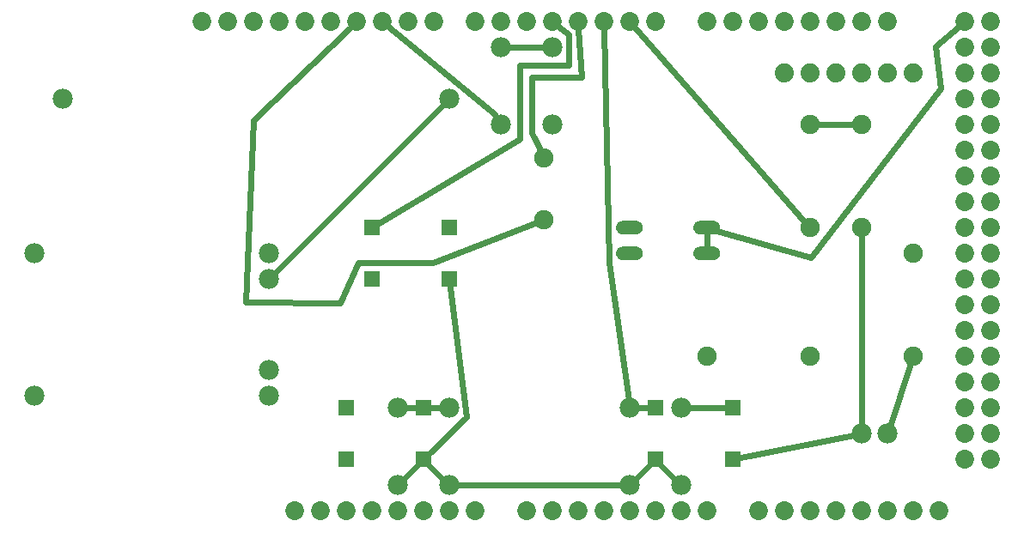
<source format=gbl>
G04 MADE WITH FRITZING*
G04 WWW.FRITZING.ORG*
G04 DOUBLE SIDED*
G04 HOLES PLATED*
G04 CONTOUR ON CENTER OF CONTOUR VECTOR*
%ASAXBY*%
%FSLAX23Y23*%
%MOIN*%
%OFA0B0*%
%SFA1.0B1.0*%
%ADD10C,0.072917*%
%ADD11C,0.075000*%
%ADD12C,0.052000*%
%ADD13C,0.078000*%
%ADD14C,0.074000*%
%ADD15C,0.059370*%
%ADD16C,0.075433*%
%ADD17C,0.024000*%
%ADD18R,0.001000X0.001000*%
%LNCOPPER0*%
G90*
G70*
G54D10*
X3007Y103D03*
X1407Y103D03*
X3107Y103D03*
X3207Y103D03*
X3307Y103D03*
X3407Y103D03*
X3707Y1503D03*
X3507Y103D03*
X3607Y103D03*
X1447Y2003D03*
X2007Y103D03*
X2107Y103D03*
X2207Y103D03*
X2307Y103D03*
X3707Y703D03*
X2407Y103D03*
X2507Y103D03*
X2607Y103D03*
X2707Y103D03*
X2207Y2003D03*
X3707Y1903D03*
X3707Y1103D03*
X3707Y303D03*
X1047Y2003D03*
X1807Y103D03*
X1807Y2003D03*
X3707Y1703D03*
X3707Y1303D03*
X3707Y903D03*
X3407Y2003D03*
X3707Y503D03*
X3307Y2003D03*
X3207Y2003D03*
X3107Y2003D03*
X3007Y2003D03*
X2907Y2003D03*
X2807Y2003D03*
X2707Y2003D03*
X847Y2003D03*
X1247Y2003D03*
X1647Y2003D03*
X1207Y103D03*
X1607Y103D03*
X2407Y2003D03*
X2007Y2003D03*
X3707Y2003D03*
X3707Y1803D03*
X3707Y1603D03*
X3707Y1403D03*
X3707Y1203D03*
X3707Y1003D03*
X3707Y803D03*
X3707Y603D03*
X3707Y403D03*
X747Y2003D03*
X947Y2003D03*
X1147Y2003D03*
X1347Y2003D03*
X1547Y2003D03*
X1107Y103D03*
X1307Y103D03*
X1507Y103D03*
X1707Y103D03*
X2507Y2003D03*
X2307Y2003D03*
X2107Y2003D03*
X1907Y2003D03*
X3807Y2003D03*
X3807Y1903D03*
X3807Y1803D03*
X3807Y1703D03*
X3807Y1603D03*
X3807Y1503D03*
X3807Y1403D03*
X3807Y1303D03*
X3807Y1203D03*
X3807Y1103D03*
X3807Y1003D03*
X3807Y903D03*
X3807Y803D03*
X3807Y703D03*
X3807Y603D03*
X3807Y503D03*
X3807Y403D03*
X3807Y303D03*
X2907Y103D03*
G54D11*
X3507Y1103D03*
X3507Y703D03*
G54D12*
X2707Y1103D03*
X2707Y1203D03*
X2407Y1203D03*
X2407Y1103D03*
G54D11*
X2707Y703D03*
X3107Y703D03*
G54D13*
X98Y1103D03*
X98Y551D03*
X1007Y1103D03*
X1007Y1003D03*
X1007Y652D03*
X1007Y551D03*
G54D14*
X3007Y1803D03*
X3107Y1803D03*
X3207Y1803D03*
X3307Y1803D03*
X3407Y1803D03*
X3507Y1803D03*
G54D13*
X1707Y1703D03*
X2407Y503D03*
X2407Y203D03*
X1907Y1603D03*
X1707Y203D03*
X2607Y203D03*
X1707Y503D03*
X1507Y503D03*
X207Y1703D03*
X2607Y503D03*
X2107Y1603D03*
X1907Y1903D03*
X1507Y203D03*
X2107Y1903D03*
G54D15*
X1307Y503D03*
X1607Y503D03*
X1307Y303D03*
X1607Y303D03*
X1707Y1003D03*
X1407Y1003D03*
X1707Y1203D03*
X1407Y1203D03*
X2507Y503D03*
X2807Y503D03*
X2507Y303D03*
X2807Y303D03*
G54D13*
X3407Y403D03*
X3307Y403D03*
G54D11*
X3307Y1203D03*
X3307Y1603D03*
X3107Y1203D03*
X3107Y1603D03*
G54D16*
X2076Y1475D03*
X2076Y1235D03*
G54D17*
X3417Y431D02*
X3498Y676D01*
D02*
X3136Y1603D02*
X3279Y1603D01*
D02*
X2838Y309D02*
X3278Y397D01*
D02*
X3307Y1174D02*
X3307Y433D01*
D02*
X1471Y1984D02*
X1884Y1643D01*
X1884Y1643D02*
X1892Y1629D01*
D02*
X1029Y1024D02*
X1686Y1681D01*
D02*
X3088Y1224D02*
X2427Y1980D01*
D02*
X2077Y1903D02*
X1937Y1903D01*
D02*
X2437Y503D02*
X2477Y503D01*
D02*
X2777Y503D02*
X2637Y503D01*
D02*
X2308Y1973D02*
X2328Y1067D01*
X2328Y1067D02*
X2403Y533D01*
D02*
X1434Y1219D02*
X1980Y1547D01*
X1980Y1547D02*
X1980Y1835D01*
X1980Y1835D02*
X2172Y1835D01*
X2172Y1835D02*
X2172Y1955D01*
X2172Y1955D02*
X2132Y1985D01*
D02*
X1537Y503D02*
X1577Y503D01*
D02*
X1677Y503D02*
X1638Y503D01*
D02*
X2209Y1973D02*
X2220Y1787D01*
X2220Y1787D02*
X2028Y1787D01*
X2028Y1787D02*
X2028Y1571D01*
X2028Y1571D02*
X2063Y1501D01*
D02*
X2049Y1225D02*
X1644Y1067D01*
X1644Y1067D02*
X1356Y1067D01*
X1356Y1067D02*
X1283Y910D01*
D02*
X1283Y910D02*
X919Y914D01*
D02*
X919Y914D02*
X948Y1619D01*
X948Y1619D02*
X1326Y1982D01*
D02*
X1629Y281D02*
X1686Y224D01*
D02*
X1529Y224D02*
X1586Y281D01*
D02*
X2377Y203D02*
X1737Y203D01*
D02*
X2486Y281D02*
X2429Y224D01*
D02*
X2586Y224D02*
X2529Y281D01*
D02*
X1711Y972D02*
X1776Y467D01*
X1776Y467D02*
X1629Y324D01*
D02*
X2707Y1130D02*
X2707Y1176D01*
D02*
X3595Y1906D02*
X3614Y1745D01*
D02*
X3684Y1983D02*
X3595Y1906D01*
D02*
X3614Y1745D02*
X3110Y1087D01*
D02*
X3110Y1087D02*
X2733Y1195D01*
G54D18*
X1378Y1232D02*
X1436Y1232D01*
X1678Y1232D02*
X1736Y1232D01*
X1378Y1231D02*
X1436Y1231D01*
X1678Y1231D02*
X1736Y1231D01*
X1378Y1230D02*
X1436Y1230D01*
X1678Y1230D02*
X1736Y1230D01*
X1378Y1229D02*
X1436Y1229D01*
X1678Y1229D02*
X1736Y1229D01*
X2378Y1229D02*
X2436Y1229D01*
X2678Y1229D02*
X2736Y1229D01*
X1378Y1228D02*
X1436Y1228D01*
X1678Y1228D02*
X1736Y1228D01*
X2373Y1228D02*
X2440Y1228D01*
X2673Y1228D02*
X2740Y1228D01*
X1378Y1227D02*
X1436Y1227D01*
X1678Y1227D02*
X1736Y1227D01*
X2371Y1227D02*
X2443Y1227D01*
X2671Y1227D02*
X2743Y1227D01*
X1378Y1226D02*
X1436Y1226D01*
X1678Y1226D02*
X1736Y1226D01*
X2369Y1226D02*
X2445Y1226D01*
X2669Y1226D02*
X2745Y1226D01*
X1378Y1225D02*
X1436Y1225D01*
X1678Y1225D02*
X1736Y1225D01*
X2367Y1225D02*
X2446Y1225D01*
X2667Y1225D02*
X2746Y1225D01*
X1378Y1224D02*
X1436Y1224D01*
X1678Y1224D02*
X1736Y1224D01*
X2366Y1224D02*
X2448Y1224D01*
X2666Y1224D02*
X2748Y1224D01*
X1378Y1223D02*
X1436Y1223D01*
X1678Y1223D02*
X1736Y1223D01*
X2365Y1223D02*
X2449Y1223D01*
X2665Y1223D02*
X2749Y1223D01*
X1378Y1222D02*
X1401Y1222D01*
X1413Y1222D02*
X1436Y1222D01*
X1678Y1222D02*
X1701Y1222D01*
X1713Y1222D02*
X1736Y1222D01*
X2363Y1222D02*
X2450Y1222D01*
X2663Y1222D02*
X2750Y1222D01*
X1378Y1221D02*
X1398Y1221D01*
X1416Y1221D02*
X1436Y1221D01*
X1678Y1221D02*
X1698Y1221D01*
X1716Y1221D02*
X1736Y1221D01*
X2362Y1221D02*
X2451Y1221D01*
X2662Y1221D02*
X2751Y1221D01*
X1378Y1220D02*
X1396Y1220D01*
X1418Y1220D02*
X1436Y1220D01*
X1678Y1220D02*
X1696Y1220D01*
X1718Y1220D02*
X1736Y1220D01*
X2362Y1220D02*
X2452Y1220D01*
X2662Y1220D02*
X2752Y1220D01*
X1378Y1219D02*
X1395Y1219D01*
X1419Y1219D02*
X1436Y1219D01*
X1678Y1219D02*
X1695Y1219D01*
X1719Y1219D02*
X1736Y1219D01*
X2361Y1219D02*
X2404Y1219D01*
X2410Y1219D02*
X2453Y1219D01*
X2661Y1219D02*
X2704Y1219D01*
X2710Y1219D02*
X2753Y1219D01*
X1378Y1218D02*
X1393Y1218D01*
X1420Y1218D02*
X1436Y1218D01*
X1678Y1218D02*
X1693Y1218D01*
X1720Y1218D02*
X1736Y1218D01*
X2360Y1218D02*
X2400Y1218D01*
X2413Y1218D02*
X2454Y1218D01*
X2660Y1218D02*
X2700Y1218D01*
X2713Y1218D02*
X2754Y1218D01*
X1378Y1217D02*
X1392Y1217D01*
X1421Y1217D02*
X1436Y1217D01*
X1678Y1217D02*
X1692Y1217D01*
X1721Y1217D02*
X1736Y1217D01*
X2359Y1217D02*
X2398Y1217D01*
X2415Y1217D02*
X2454Y1217D01*
X2659Y1217D02*
X2698Y1217D01*
X2715Y1217D02*
X2754Y1217D01*
X1378Y1216D02*
X1391Y1216D01*
X1422Y1216D02*
X1436Y1216D01*
X1678Y1216D02*
X1691Y1216D01*
X1722Y1216D02*
X1736Y1216D01*
X2359Y1216D02*
X2397Y1216D01*
X2417Y1216D02*
X2455Y1216D01*
X2659Y1216D02*
X2697Y1216D01*
X2717Y1216D02*
X2755Y1216D01*
X1378Y1215D02*
X1391Y1215D01*
X1423Y1215D02*
X1436Y1215D01*
X1678Y1215D02*
X1691Y1215D01*
X1723Y1215D02*
X1736Y1215D01*
X2358Y1215D02*
X2396Y1215D01*
X2418Y1215D02*
X2455Y1215D01*
X2658Y1215D02*
X2696Y1215D01*
X2718Y1215D02*
X2755Y1215D01*
X1378Y1214D02*
X1390Y1214D01*
X1424Y1214D02*
X1436Y1214D01*
X1678Y1214D02*
X1690Y1214D01*
X1724Y1214D02*
X1736Y1214D01*
X2358Y1214D02*
X2395Y1214D01*
X2419Y1214D02*
X2456Y1214D01*
X2658Y1214D02*
X2695Y1214D01*
X2719Y1214D02*
X2756Y1214D01*
X1378Y1213D02*
X1389Y1213D01*
X1424Y1213D02*
X1436Y1213D01*
X1678Y1213D02*
X1689Y1213D01*
X1724Y1213D02*
X1736Y1213D01*
X2357Y1213D02*
X2394Y1213D01*
X2420Y1213D02*
X2456Y1213D01*
X2657Y1213D02*
X2694Y1213D01*
X2720Y1213D02*
X2756Y1213D01*
X1378Y1212D02*
X1389Y1212D01*
X1425Y1212D02*
X1436Y1212D01*
X1678Y1212D02*
X1689Y1212D01*
X1725Y1212D02*
X1736Y1212D01*
X2357Y1212D02*
X2393Y1212D01*
X2421Y1212D02*
X2457Y1212D01*
X2657Y1212D02*
X2693Y1212D01*
X2721Y1212D02*
X2757Y1212D01*
X1378Y1211D02*
X1388Y1211D01*
X1425Y1211D02*
X1436Y1211D01*
X1678Y1211D02*
X1688Y1211D01*
X1725Y1211D02*
X1736Y1211D01*
X2356Y1211D02*
X2392Y1211D01*
X2421Y1211D02*
X2457Y1211D01*
X2656Y1211D02*
X2692Y1211D01*
X2721Y1211D02*
X2757Y1211D01*
X1378Y1210D02*
X1388Y1210D01*
X1426Y1210D02*
X1436Y1210D01*
X1678Y1210D02*
X1688Y1210D01*
X1726Y1210D02*
X1736Y1210D01*
X2356Y1210D02*
X2392Y1210D01*
X2422Y1210D02*
X2457Y1210D01*
X2656Y1210D02*
X2692Y1210D01*
X2722Y1210D02*
X2757Y1210D01*
X1378Y1209D02*
X1388Y1209D01*
X1426Y1209D02*
X1436Y1209D01*
X1678Y1209D02*
X1688Y1209D01*
X1726Y1209D02*
X1736Y1209D01*
X2356Y1209D02*
X2391Y1209D01*
X2422Y1209D02*
X2458Y1209D01*
X2656Y1209D02*
X2691Y1209D01*
X2722Y1209D02*
X2758Y1209D01*
X1378Y1208D02*
X1387Y1208D01*
X1426Y1208D02*
X1436Y1208D01*
X1678Y1208D02*
X1687Y1208D01*
X1726Y1208D02*
X1736Y1208D01*
X2356Y1208D02*
X2391Y1208D01*
X2422Y1208D02*
X2458Y1208D01*
X2656Y1208D02*
X2691Y1208D01*
X2722Y1208D02*
X2758Y1208D01*
X1378Y1207D02*
X1387Y1207D01*
X1427Y1207D02*
X1436Y1207D01*
X1678Y1207D02*
X1687Y1207D01*
X1727Y1207D02*
X1736Y1207D01*
X2356Y1207D02*
X2391Y1207D01*
X2423Y1207D02*
X2458Y1207D01*
X2656Y1207D02*
X2691Y1207D01*
X2723Y1207D02*
X2758Y1207D01*
X1378Y1206D02*
X1387Y1206D01*
X1427Y1206D02*
X1436Y1206D01*
X1678Y1206D02*
X1687Y1206D01*
X1727Y1206D02*
X1736Y1206D01*
X2355Y1206D02*
X2391Y1206D01*
X2423Y1206D02*
X2458Y1206D01*
X2655Y1206D02*
X2691Y1206D01*
X2723Y1206D02*
X2758Y1206D01*
X1378Y1205D02*
X1387Y1205D01*
X1427Y1205D02*
X1436Y1205D01*
X1678Y1205D02*
X1687Y1205D01*
X1727Y1205D02*
X1736Y1205D01*
X2355Y1205D02*
X2390Y1205D01*
X2423Y1205D02*
X2458Y1205D01*
X2655Y1205D02*
X2690Y1205D01*
X2723Y1205D02*
X2758Y1205D01*
X1378Y1204D02*
X1387Y1204D01*
X1427Y1204D02*
X1436Y1204D01*
X1678Y1204D02*
X1687Y1204D01*
X1727Y1204D02*
X1736Y1204D01*
X2355Y1204D02*
X2390Y1204D01*
X2423Y1204D02*
X2458Y1204D01*
X2655Y1204D02*
X2690Y1204D01*
X2723Y1204D02*
X2758Y1204D01*
X1378Y1203D02*
X1387Y1203D01*
X1427Y1203D02*
X1436Y1203D01*
X1678Y1203D02*
X1687Y1203D01*
X1727Y1203D02*
X1736Y1203D01*
X2355Y1203D02*
X2390Y1203D01*
X2423Y1203D02*
X2458Y1203D01*
X2655Y1203D02*
X2690Y1203D01*
X2723Y1203D02*
X2758Y1203D01*
X1378Y1202D02*
X1387Y1202D01*
X1427Y1202D02*
X1436Y1202D01*
X1678Y1202D02*
X1687Y1202D01*
X1727Y1202D02*
X1736Y1202D01*
X2355Y1202D02*
X2390Y1202D01*
X2423Y1202D02*
X2458Y1202D01*
X2655Y1202D02*
X2690Y1202D01*
X2723Y1202D02*
X2758Y1202D01*
X1378Y1201D02*
X1387Y1201D01*
X1427Y1201D02*
X1436Y1201D01*
X1678Y1201D02*
X1687Y1201D01*
X1727Y1201D02*
X1736Y1201D01*
X2355Y1201D02*
X2391Y1201D01*
X2423Y1201D02*
X2458Y1201D01*
X2655Y1201D02*
X2691Y1201D01*
X2723Y1201D02*
X2758Y1201D01*
X1378Y1200D02*
X1387Y1200D01*
X1427Y1200D02*
X1436Y1200D01*
X1678Y1200D02*
X1687Y1200D01*
X1727Y1200D02*
X1736Y1200D01*
X2356Y1200D02*
X2391Y1200D01*
X2423Y1200D02*
X2458Y1200D01*
X2656Y1200D02*
X2691Y1200D01*
X2723Y1200D02*
X2758Y1200D01*
X1378Y1199D02*
X1387Y1199D01*
X1426Y1199D02*
X1436Y1199D01*
X1678Y1199D02*
X1687Y1199D01*
X1726Y1199D02*
X1736Y1199D01*
X2356Y1199D02*
X2391Y1199D01*
X2423Y1199D02*
X2458Y1199D01*
X2656Y1199D02*
X2691Y1199D01*
X2723Y1199D02*
X2758Y1199D01*
X1378Y1198D02*
X1387Y1198D01*
X1426Y1198D02*
X1436Y1198D01*
X1678Y1198D02*
X1687Y1198D01*
X1726Y1198D02*
X1736Y1198D01*
X2356Y1198D02*
X2391Y1198D01*
X2422Y1198D02*
X2458Y1198D01*
X2656Y1198D02*
X2691Y1198D01*
X2722Y1198D02*
X2758Y1198D01*
X1378Y1197D02*
X1388Y1197D01*
X1426Y1197D02*
X1436Y1197D01*
X1678Y1197D02*
X1688Y1197D01*
X1726Y1197D02*
X1736Y1197D01*
X2356Y1197D02*
X2392Y1197D01*
X2422Y1197D02*
X2458Y1197D01*
X2656Y1197D02*
X2692Y1197D01*
X2722Y1197D02*
X2758Y1197D01*
X1378Y1196D02*
X1388Y1196D01*
X1426Y1196D02*
X1436Y1196D01*
X1678Y1196D02*
X1688Y1196D01*
X1726Y1196D02*
X1736Y1196D01*
X2356Y1196D02*
X2392Y1196D01*
X2421Y1196D02*
X2457Y1196D01*
X2656Y1196D02*
X2692Y1196D01*
X2721Y1196D02*
X2757Y1196D01*
X1378Y1195D02*
X1388Y1195D01*
X1425Y1195D02*
X1436Y1195D01*
X1678Y1195D02*
X1688Y1195D01*
X1725Y1195D02*
X1736Y1195D01*
X2357Y1195D02*
X2393Y1195D01*
X2421Y1195D02*
X2457Y1195D01*
X2657Y1195D02*
X2693Y1195D01*
X2721Y1195D02*
X2757Y1195D01*
X1378Y1194D02*
X1389Y1194D01*
X1425Y1194D02*
X1436Y1194D01*
X1678Y1194D02*
X1689Y1194D01*
X1725Y1194D02*
X1736Y1194D01*
X2357Y1194D02*
X2393Y1194D01*
X2420Y1194D02*
X2457Y1194D01*
X2657Y1194D02*
X2693Y1194D01*
X2720Y1194D02*
X2757Y1194D01*
X1378Y1193D02*
X1390Y1193D01*
X1424Y1193D02*
X1436Y1193D01*
X1678Y1193D02*
X1690Y1193D01*
X1724Y1193D02*
X1736Y1193D01*
X2357Y1193D02*
X2394Y1193D01*
X2419Y1193D02*
X2456Y1193D01*
X2657Y1193D02*
X2694Y1193D01*
X2719Y1193D02*
X2756Y1193D01*
X1378Y1192D02*
X1390Y1192D01*
X1423Y1192D02*
X1436Y1192D01*
X1678Y1192D02*
X1690Y1192D01*
X1723Y1192D02*
X1736Y1192D01*
X2358Y1192D02*
X2395Y1192D01*
X2419Y1192D02*
X2456Y1192D01*
X2658Y1192D02*
X2695Y1192D01*
X2719Y1192D02*
X2756Y1192D01*
X1378Y1191D02*
X1391Y1191D01*
X1423Y1191D02*
X1436Y1191D01*
X1678Y1191D02*
X1691Y1191D01*
X1723Y1191D02*
X1736Y1191D01*
X2358Y1191D02*
X2396Y1191D01*
X2417Y1191D02*
X2455Y1191D01*
X2658Y1191D02*
X2696Y1191D01*
X2717Y1191D02*
X2755Y1191D01*
X1378Y1190D02*
X1392Y1190D01*
X1422Y1190D02*
X1436Y1190D01*
X1678Y1190D02*
X1692Y1190D01*
X1722Y1190D02*
X1736Y1190D01*
X2359Y1190D02*
X2397Y1190D01*
X2416Y1190D02*
X2455Y1190D01*
X2659Y1190D02*
X2697Y1190D01*
X2716Y1190D02*
X2755Y1190D01*
X1378Y1189D02*
X1393Y1189D01*
X1421Y1189D02*
X1436Y1189D01*
X1678Y1189D02*
X1693Y1189D01*
X1721Y1189D02*
X1736Y1189D01*
X2360Y1189D02*
X2399Y1189D01*
X2414Y1189D02*
X2454Y1189D01*
X2660Y1189D02*
X2699Y1189D01*
X2714Y1189D02*
X2754Y1189D01*
X1378Y1188D02*
X1394Y1188D01*
X1420Y1188D02*
X1436Y1188D01*
X1678Y1188D02*
X1694Y1188D01*
X1720Y1188D02*
X1736Y1188D01*
X2360Y1188D02*
X2402Y1188D01*
X2412Y1188D02*
X2453Y1188D01*
X2660Y1188D02*
X2702Y1188D01*
X2712Y1188D02*
X2753Y1188D01*
X1378Y1187D02*
X1395Y1187D01*
X1418Y1187D02*
X1436Y1187D01*
X1678Y1187D02*
X1695Y1187D01*
X1718Y1187D02*
X1736Y1187D01*
X2361Y1187D02*
X2452Y1187D01*
X2661Y1187D02*
X2752Y1187D01*
X1378Y1186D02*
X1397Y1186D01*
X1417Y1186D02*
X1436Y1186D01*
X1678Y1186D02*
X1697Y1186D01*
X1717Y1186D02*
X1736Y1186D01*
X2362Y1186D02*
X2452Y1186D01*
X2662Y1186D02*
X2752Y1186D01*
X1378Y1185D02*
X1399Y1185D01*
X1415Y1185D02*
X1436Y1185D01*
X1678Y1185D02*
X1699Y1185D01*
X1715Y1185D02*
X1736Y1185D01*
X2363Y1185D02*
X2451Y1185D01*
X2663Y1185D02*
X2751Y1185D01*
X1378Y1184D02*
X1402Y1184D01*
X1411Y1184D02*
X1436Y1184D01*
X1678Y1184D02*
X1702Y1184D01*
X1711Y1184D02*
X1736Y1184D01*
X2364Y1184D02*
X2450Y1184D01*
X2664Y1184D02*
X2750Y1184D01*
X1378Y1183D02*
X1436Y1183D01*
X1678Y1183D02*
X1736Y1183D01*
X2365Y1183D02*
X2448Y1183D01*
X2665Y1183D02*
X2748Y1183D01*
X1378Y1182D02*
X1436Y1182D01*
X1678Y1182D02*
X1736Y1182D01*
X2366Y1182D02*
X2447Y1182D01*
X2666Y1182D02*
X2747Y1182D01*
X1378Y1181D02*
X1436Y1181D01*
X1678Y1181D02*
X1736Y1181D01*
X2368Y1181D02*
X2446Y1181D01*
X2668Y1181D02*
X2746Y1181D01*
X1378Y1180D02*
X1436Y1180D01*
X1678Y1180D02*
X1736Y1180D01*
X2370Y1180D02*
X2444Y1180D01*
X2670Y1180D02*
X2744Y1180D01*
X1378Y1179D02*
X1436Y1179D01*
X1678Y1179D02*
X1736Y1179D01*
X2372Y1179D02*
X2442Y1179D01*
X2672Y1179D02*
X2742Y1179D01*
X1378Y1178D02*
X1436Y1178D01*
X1678Y1178D02*
X1736Y1178D01*
X2375Y1178D02*
X2438Y1178D01*
X2675Y1178D02*
X2738Y1178D01*
X1378Y1177D02*
X1436Y1177D01*
X1678Y1177D02*
X1736Y1177D01*
X1378Y1176D02*
X1436Y1176D01*
X1678Y1176D02*
X1736Y1176D01*
X1378Y1175D02*
X1436Y1175D01*
X1678Y1175D02*
X1736Y1175D01*
X1378Y1174D02*
X1436Y1174D01*
X1678Y1174D02*
X1736Y1174D01*
X2378Y1129D02*
X2436Y1129D01*
X2678Y1129D02*
X2736Y1129D01*
X2373Y1128D02*
X2440Y1128D01*
X2673Y1128D02*
X2740Y1128D01*
X2371Y1127D02*
X2443Y1127D01*
X2671Y1127D02*
X2743Y1127D01*
X2369Y1126D02*
X2445Y1126D01*
X2669Y1126D02*
X2745Y1126D01*
X2367Y1125D02*
X2446Y1125D01*
X2667Y1125D02*
X2746Y1125D01*
X2366Y1124D02*
X2448Y1124D01*
X2666Y1124D02*
X2748Y1124D01*
X2365Y1123D02*
X2449Y1123D01*
X2665Y1123D02*
X2749Y1123D01*
X2363Y1122D02*
X2450Y1122D01*
X2663Y1122D02*
X2750Y1122D01*
X2362Y1121D02*
X2451Y1121D01*
X2662Y1121D02*
X2751Y1121D01*
X2362Y1120D02*
X2452Y1120D01*
X2662Y1120D02*
X2752Y1120D01*
X2361Y1119D02*
X2404Y1119D01*
X2410Y1119D02*
X2453Y1119D01*
X2661Y1119D02*
X2704Y1119D01*
X2710Y1119D02*
X2753Y1119D01*
X2360Y1118D02*
X2400Y1118D01*
X2413Y1118D02*
X2454Y1118D01*
X2660Y1118D02*
X2700Y1118D01*
X2713Y1118D02*
X2754Y1118D01*
X2359Y1117D02*
X2398Y1117D01*
X2415Y1117D02*
X2454Y1117D01*
X2659Y1117D02*
X2698Y1117D01*
X2715Y1117D02*
X2754Y1117D01*
X2359Y1116D02*
X2397Y1116D01*
X2417Y1116D02*
X2455Y1116D01*
X2659Y1116D02*
X2697Y1116D01*
X2717Y1116D02*
X2755Y1116D01*
X2358Y1115D02*
X2396Y1115D01*
X2418Y1115D02*
X2455Y1115D01*
X2658Y1115D02*
X2696Y1115D01*
X2718Y1115D02*
X2755Y1115D01*
X2358Y1114D02*
X2395Y1114D01*
X2419Y1114D02*
X2456Y1114D01*
X2658Y1114D02*
X2695Y1114D01*
X2719Y1114D02*
X2756Y1114D01*
X2357Y1113D02*
X2394Y1113D01*
X2420Y1113D02*
X2456Y1113D01*
X2657Y1113D02*
X2694Y1113D01*
X2720Y1113D02*
X2756Y1113D01*
X2357Y1112D02*
X2393Y1112D01*
X2421Y1112D02*
X2457Y1112D01*
X2657Y1112D02*
X2693Y1112D01*
X2721Y1112D02*
X2757Y1112D01*
X2356Y1111D02*
X2392Y1111D01*
X2421Y1111D02*
X2457Y1111D01*
X2656Y1111D02*
X2692Y1111D01*
X2721Y1111D02*
X2757Y1111D01*
X2356Y1110D02*
X2392Y1110D01*
X2422Y1110D02*
X2457Y1110D01*
X2656Y1110D02*
X2692Y1110D01*
X2722Y1110D02*
X2757Y1110D01*
X2356Y1109D02*
X2391Y1109D01*
X2422Y1109D02*
X2458Y1109D01*
X2656Y1109D02*
X2691Y1109D01*
X2722Y1109D02*
X2758Y1109D01*
X2356Y1108D02*
X2391Y1108D01*
X2422Y1108D02*
X2458Y1108D01*
X2656Y1108D02*
X2691Y1108D01*
X2722Y1108D02*
X2758Y1108D01*
X2356Y1107D02*
X2391Y1107D01*
X2423Y1107D02*
X2458Y1107D01*
X2656Y1107D02*
X2691Y1107D01*
X2723Y1107D02*
X2758Y1107D01*
X2355Y1106D02*
X2391Y1106D01*
X2423Y1106D02*
X2458Y1106D01*
X2655Y1106D02*
X2691Y1106D01*
X2723Y1106D02*
X2758Y1106D01*
X2355Y1105D02*
X2390Y1105D01*
X2423Y1105D02*
X2458Y1105D01*
X2655Y1105D02*
X2690Y1105D01*
X2723Y1105D02*
X2758Y1105D01*
X2355Y1104D02*
X2390Y1104D01*
X2423Y1104D02*
X2458Y1104D01*
X2655Y1104D02*
X2690Y1104D01*
X2723Y1104D02*
X2758Y1104D01*
X2355Y1103D02*
X2390Y1103D01*
X2423Y1103D02*
X2458Y1103D01*
X2655Y1103D02*
X2690Y1103D01*
X2723Y1103D02*
X2758Y1103D01*
X2355Y1102D02*
X2390Y1102D01*
X2423Y1102D02*
X2458Y1102D01*
X2655Y1102D02*
X2690Y1102D01*
X2723Y1102D02*
X2758Y1102D01*
X2355Y1101D02*
X2391Y1101D01*
X2423Y1101D02*
X2458Y1101D01*
X2655Y1101D02*
X2691Y1101D01*
X2723Y1101D02*
X2758Y1101D01*
X2356Y1100D02*
X2391Y1100D01*
X2423Y1100D02*
X2458Y1100D01*
X2656Y1100D02*
X2691Y1100D01*
X2723Y1100D02*
X2758Y1100D01*
X2356Y1099D02*
X2391Y1099D01*
X2423Y1099D02*
X2458Y1099D01*
X2656Y1099D02*
X2691Y1099D01*
X2723Y1099D02*
X2758Y1099D01*
X2356Y1098D02*
X2391Y1098D01*
X2422Y1098D02*
X2458Y1098D01*
X2656Y1098D02*
X2691Y1098D01*
X2722Y1098D02*
X2758Y1098D01*
X2356Y1097D02*
X2392Y1097D01*
X2422Y1097D02*
X2458Y1097D01*
X2656Y1097D02*
X2692Y1097D01*
X2722Y1097D02*
X2758Y1097D01*
X2356Y1096D02*
X2392Y1096D01*
X2421Y1096D02*
X2457Y1096D01*
X2656Y1096D02*
X2692Y1096D01*
X2721Y1096D02*
X2757Y1096D01*
X2357Y1095D02*
X2393Y1095D01*
X2421Y1095D02*
X2457Y1095D01*
X2657Y1095D02*
X2693Y1095D01*
X2721Y1095D02*
X2757Y1095D01*
X2357Y1094D02*
X2393Y1094D01*
X2420Y1094D02*
X2457Y1094D01*
X2657Y1094D02*
X2693Y1094D01*
X2720Y1094D02*
X2757Y1094D01*
X2357Y1093D02*
X2394Y1093D01*
X2419Y1093D02*
X2456Y1093D01*
X2657Y1093D02*
X2694Y1093D01*
X2719Y1093D02*
X2756Y1093D01*
X2358Y1092D02*
X2395Y1092D01*
X2419Y1092D02*
X2456Y1092D01*
X2658Y1092D02*
X2695Y1092D01*
X2719Y1092D02*
X2756Y1092D01*
X2358Y1091D02*
X2396Y1091D01*
X2417Y1091D02*
X2455Y1091D01*
X2658Y1091D02*
X2696Y1091D01*
X2717Y1091D02*
X2755Y1091D01*
X2359Y1090D02*
X2397Y1090D01*
X2416Y1090D02*
X2455Y1090D01*
X2659Y1090D02*
X2697Y1090D01*
X2716Y1090D02*
X2755Y1090D01*
X2360Y1089D02*
X2399Y1089D01*
X2414Y1089D02*
X2454Y1089D01*
X2660Y1089D02*
X2699Y1089D01*
X2714Y1089D02*
X2754Y1089D01*
X2360Y1088D02*
X2402Y1088D01*
X2412Y1088D02*
X2453Y1088D01*
X2660Y1088D02*
X2702Y1088D01*
X2712Y1088D02*
X2753Y1088D01*
X2361Y1087D02*
X2452Y1087D01*
X2661Y1087D02*
X2752Y1087D01*
X2362Y1086D02*
X2452Y1086D01*
X2662Y1086D02*
X2752Y1086D01*
X2363Y1085D02*
X2451Y1085D01*
X2663Y1085D02*
X2751Y1085D01*
X2364Y1084D02*
X2450Y1084D01*
X2664Y1084D02*
X2750Y1084D01*
X2365Y1083D02*
X2448Y1083D01*
X2665Y1083D02*
X2748Y1083D01*
X2366Y1082D02*
X2447Y1082D01*
X2666Y1082D02*
X2747Y1082D01*
X2368Y1081D02*
X2446Y1081D01*
X2668Y1081D02*
X2746Y1081D01*
X2370Y1080D02*
X2444Y1080D01*
X2670Y1080D02*
X2744Y1080D01*
X2372Y1079D02*
X2442Y1079D01*
X2672Y1079D02*
X2742Y1079D01*
X2375Y1078D02*
X2438Y1078D01*
X2675Y1078D02*
X2738Y1078D01*
X1378Y1032D02*
X1436Y1032D01*
X1678Y1032D02*
X1736Y1032D01*
X1378Y1031D02*
X1436Y1031D01*
X1678Y1031D02*
X1736Y1031D01*
X1378Y1030D02*
X1436Y1030D01*
X1678Y1030D02*
X1736Y1030D01*
X1378Y1029D02*
X1436Y1029D01*
X1678Y1029D02*
X1736Y1029D01*
X1378Y1028D02*
X1436Y1028D01*
X1678Y1028D02*
X1736Y1028D01*
X1378Y1027D02*
X1436Y1027D01*
X1678Y1027D02*
X1736Y1027D01*
X1378Y1026D02*
X1436Y1026D01*
X1678Y1026D02*
X1736Y1026D01*
X1378Y1025D02*
X1436Y1025D01*
X1678Y1025D02*
X1736Y1025D01*
X1378Y1024D02*
X1436Y1024D01*
X1678Y1024D02*
X1736Y1024D01*
X1378Y1023D02*
X1436Y1023D01*
X1678Y1023D02*
X1736Y1023D01*
X1378Y1022D02*
X1401Y1022D01*
X1413Y1022D02*
X1436Y1022D01*
X1678Y1022D02*
X1701Y1022D01*
X1713Y1022D02*
X1736Y1022D01*
X1378Y1021D02*
X1398Y1021D01*
X1416Y1021D02*
X1436Y1021D01*
X1678Y1021D02*
X1698Y1021D01*
X1716Y1021D02*
X1736Y1021D01*
X1378Y1020D02*
X1396Y1020D01*
X1418Y1020D02*
X1436Y1020D01*
X1678Y1020D02*
X1696Y1020D01*
X1718Y1020D02*
X1736Y1020D01*
X1378Y1019D02*
X1395Y1019D01*
X1419Y1019D02*
X1436Y1019D01*
X1678Y1019D02*
X1695Y1019D01*
X1719Y1019D02*
X1736Y1019D01*
X1378Y1018D02*
X1393Y1018D01*
X1420Y1018D02*
X1436Y1018D01*
X1678Y1018D02*
X1693Y1018D01*
X1720Y1018D02*
X1736Y1018D01*
X1378Y1017D02*
X1392Y1017D01*
X1421Y1017D02*
X1436Y1017D01*
X1678Y1017D02*
X1692Y1017D01*
X1721Y1017D02*
X1736Y1017D01*
X1378Y1016D02*
X1391Y1016D01*
X1422Y1016D02*
X1436Y1016D01*
X1678Y1016D02*
X1691Y1016D01*
X1722Y1016D02*
X1736Y1016D01*
X1378Y1015D02*
X1391Y1015D01*
X1423Y1015D02*
X1436Y1015D01*
X1678Y1015D02*
X1691Y1015D01*
X1723Y1015D02*
X1736Y1015D01*
X1378Y1014D02*
X1390Y1014D01*
X1424Y1014D02*
X1436Y1014D01*
X1678Y1014D02*
X1690Y1014D01*
X1724Y1014D02*
X1736Y1014D01*
X1378Y1013D02*
X1389Y1013D01*
X1424Y1013D02*
X1436Y1013D01*
X1678Y1013D02*
X1689Y1013D01*
X1724Y1013D02*
X1736Y1013D01*
X1378Y1012D02*
X1389Y1012D01*
X1425Y1012D02*
X1436Y1012D01*
X1678Y1012D02*
X1689Y1012D01*
X1725Y1012D02*
X1736Y1012D01*
X1378Y1011D02*
X1388Y1011D01*
X1425Y1011D02*
X1436Y1011D01*
X1678Y1011D02*
X1688Y1011D01*
X1725Y1011D02*
X1736Y1011D01*
X1378Y1010D02*
X1388Y1010D01*
X1426Y1010D02*
X1436Y1010D01*
X1678Y1010D02*
X1688Y1010D01*
X1726Y1010D02*
X1736Y1010D01*
X1378Y1009D02*
X1388Y1009D01*
X1426Y1009D02*
X1436Y1009D01*
X1678Y1009D02*
X1688Y1009D01*
X1726Y1009D02*
X1736Y1009D01*
X1378Y1008D02*
X1387Y1008D01*
X1426Y1008D02*
X1436Y1008D01*
X1678Y1008D02*
X1687Y1008D01*
X1726Y1008D02*
X1736Y1008D01*
X1378Y1007D02*
X1387Y1007D01*
X1427Y1007D02*
X1436Y1007D01*
X1678Y1007D02*
X1687Y1007D01*
X1727Y1007D02*
X1736Y1007D01*
X1378Y1006D02*
X1387Y1006D01*
X1427Y1006D02*
X1436Y1006D01*
X1678Y1006D02*
X1687Y1006D01*
X1727Y1006D02*
X1736Y1006D01*
X1378Y1005D02*
X1387Y1005D01*
X1427Y1005D02*
X1436Y1005D01*
X1678Y1005D02*
X1687Y1005D01*
X1727Y1005D02*
X1736Y1005D01*
X1378Y1004D02*
X1387Y1004D01*
X1427Y1004D02*
X1436Y1004D01*
X1678Y1004D02*
X1687Y1004D01*
X1727Y1004D02*
X1736Y1004D01*
X1378Y1003D02*
X1387Y1003D01*
X1427Y1003D02*
X1436Y1003D01*
X1678Y1003D02*
X1687Y1003D01*
X1727Y1003D02*
X1736Y1003D01*
X1378Y1002D02*
X1387Y1002D01*
X1427Y1002D02*
X1436Y1002D01*
X1678Y1002D02*
X1687Y1002D01*
X1727Y1002D02*
X1736Y1002D01*
X1378Y1001D02*
X1387Y1001D01*
X1427Y1001D02*
X1436Y1001D01*
X1678Y1001D02*
X1687Y1001D01*
X1727Y1001D02*
X1736Y1001D01*
X1378Y1000D02*
X1387Y1000D01*
X1427Y1000D02*
X1436Y1000D01*
X1678Y1000D02*
X1687Y1000D01*
X1727Y1000D02*
X1736Y1000D01*
X1378Y999D02*
X1387Y999D01*
X1426Y999D02*
X1436Y999D01*
X1678Y999D02*
X1687Y999D01*
X1726Y999D02*
X1736Y999D01*
X1378Y998D02*
X1387Y998D01*
X1426Y998D02*
X1436Y998D01*
X1678Y998D02*
X1687Y998D01*
X1726Y998D02*
X1736Y998D01*
X1378Y997D02*
X1388Y997D01*
X1426Y997D02*
X1436Y997D01*
X1678Y997D02*
X1688Y997D01*
X1726Y997D02*
X1736Y997D01*
X1378Y996D02*
X1388Y996D01*
X1426Y996D02*
X1436Y996D01*
X1678Y996D02*
X1688Y996D01*
X1726Y996D02*
X1736Y996D01*
X1378Y995D02*
X1388Y995D01*
X1425Y995D02*
X1436Y995D01*
X1678Y995D02*
X1688Y995D01*
X1725Y995D02*
X1736Y995D01*
X1378Y994D02*
X1389Y994D01*
X1425Y994D02*
X1436Y994D01*
X1678Y994D02*
X1689Y994D01*
X1725Y994D02*
X1736Y994D01*
X1378Y993D02*
X1390Y993D01*
X1424Y993D02*
X1436Y993D01*
X1678Y993D02*
X1690Y993D01*
X1724Y993D02*
X1736Y993D01*
X1378Y992D02*
X1390Y992D01*
X1423Y992D02*
X1436Y992D01*
X1678Y992D02*
X1690Y992D01*
X1723Y992D02*
X1736Y992D01*
X1378Y991D02*
X1391Y991D01*
X1423Y991D02*
X1436Y991D01*
X1678Y991D02*
X1691Y991D01*
X1723Y991D02*
X1736Y991D01*
X1378Y990D02*
X1392Y990D01*
X1422Y990D02*
X1436Y990D01*
X1678Y990D02*
X1692Y990D01*
X1722Y990D02*
X1736Y990D01*
X1378Y989D02*
X1393Y989D01*
X1421Y989D02*
X1436Y989D01*
X1678Y989D02*
X1693Y989D01*
X1721Y989D02*
X1736Y989D01*
X1378Y988D02*
X1394Y988D01*
X1420Y988D02*
X1436Y988D01*
X1678Y988D02*
X1694Y988D01*
X1720Y988D02*
X1736Y988D01*
X1378Y987D02*
X1395Y987D01*
X1418Y987D02*
X1436Y987D01*
X1678Y987D02*
X1695Y987D01*
X1718Y987D02*
X1736Y987D01*
X1378Y986D02*
X1397Y986D01*
X1417Y986D02*
X1436Y986D01*
X1678Y986D02*
X1697Y986D01*
X1717Y986D02*
X1736Y986D01*
X1378Y985D02*
X1399Y985D01*
X1415Y985D02*
X1436Y985D01*
X1678Y985D02*
X1699Y985D01*
X1715Y985D02*
X1736Y985D01*
X1378Y984D02*
X1402Y984D01*
X1411Y984D02*
X1436Y984D01*
X1678Y984D02*
X1702Y984D01*
X1711Y984D02*
X1736Y984D01*
X1378Y983D02*
X1436Y983D01*
X1678Y983D02*
X1736Y983D01*
X1378Y982D02*
X1436Y982D01*
X1678Y982D02*
X1736Y982D01*
X1378Y981D02*
X1436Y981D01*
X1678Y981D02*
X1736Y981D01*
X1378Y980D02*
X1436Y980D01*
X1678Y980D02*
X1736Y980D01*
X1378Y979D02*
X1436Y979D01*
X1678Y979D02*
X1736Y979D01*
X1378Y978D02*
X1436Y978D01*
X1678Y978D02*
X1736Y978D01*
X1378Y977D02*
X1436Y977D01*
X1678Y977D02*
X1736Y977D01*
X1378Y976D02*
X1436Y976D01*
X1678Y976D02*
X1736Y976D01*
X1378Y975D02*
X1436Y975D01*
X1678Y975D02*
X1736Y975D01*
X1378Y974D02*
X1436Y974D01*
X1678Y974D02*
X1736Y974D01*
X1278Y532D02*
X1336Y532D01*
X1578Y532D02*
X1636Y532D01*
X2478Y532D02*
X2536Y532D01*
X2778Y532D02*
X2836Y532D01*
X1278Y531D02*
X1336Y531D01*
X1578Y531D02*
X1636Y531D01*
X2478Y531D02*
X2536Y531D01*
X2778Y531D02*
X2836Y531D01*
X1278Y530D02*
X1336Y530D01*
X1578Y530D02*
X1636Y530D01*
X2478Y530D02*
X2536Y530D01*
X2778Y530D02*
X2836Y530D01*
X1278Y529D02*
X1336Y529D01*
X1578Y529D02*
X1636Y529D01*
X2478Y529D02*
X2536Y529D01*
X2778Y529D02*
X2836Y529D01*
X1278Y528D02*
X1336Y528D01*
X1578Y528D02*
X1636Y528D01*
X2478Y528D02*
X2536Y528D01*
X2778Y528D02*
X2836Y528D01*
X1278Y527D02*
X1336Y527D01*
X1578Y527D02*
X1636Y527D01*
X2478Y527D02*
X2536Y527D01*
X2778Y527D02*
X2836Y527D01*
X1278Y526D02*
X1336Y526D01*
X1578Y526D02*
X1636Y526D01*
X2478Y526D02*
X2536Y526D01*
X2778Y526D02*
X2836Y526D01*
X1278Y525D02*
X1336Y525D01*
X1578Y525D02*
X1636Y525D01*
X2478Y525D02*
X2536Y525D01*
X2778Y525D02*
X2836Y525D01*
X1278Y524D02*
X1336Y524D01*
X1578Y524D02*
X1636Y524D01*
X2478Y524D02*
X2536Y524D01*
X2778Y524D02*
X2836Y524D01*
X1278Y523D02*
X1336Y523D01*
X1578Y523D02*
X1636Y523D01*
X2478Y523D02*
X2536Y523D01*
X2778Y523D02*
X2836Y523D01*
X1278Y522D02*
X1301Y522D01*
X1313Y522D02*
X1336Y522D01*
X1578Y522D02*
X1601Y522D01*
X1613Y522D02*
X1636Y522D01*
X2478Y522D02*
X2501Y522D01*
X2513Y522D02*
X2536Y522D01*
X2778Y522D02*
X2801Y522D01*
X2813Y522D02*
X2836Y522D01*
X1278Y521D02*
X1298Y521D01*
X1316Y521D02*
X1336Y521D01*
X1578Y521D02*
X1598Y521D01*
X1616Y521D02*
X1636Y521D01*
X2478Y521D02*
X2498Y521D01*
X2516Y521D02*
X2536Y521D01*
X2778Y521D02*
X2798Y521D01*
X2816Y521D02*
X2836Y521D01*
X1278Y520D02*
X1296Y520D01*
X1318Y520D02*
X1336Y520D01*
X1578Y520D02*
X1596Y520D01*
X1618Y520D02*
X1636Y520D01*
X2478Y520D02*
X2496Y520D01*
X2518Y520D02*
X2536Y520D01*
X2778Y520D02*
X2796Y520D01*
X2818Y520D02*
X2836Y520D01*
X1278Y519D02*
X1295Y519D01*
X1319Y519D02*
X1336Y519D01*
X1578Y519D02*
X1595Y519D01*
X1619Y519D02*
X1636Y519D01*
X2478Y519D02*
X2495Y519D01*
X2519Y519D02*
X2536Y519D01*
X2778Y519D02*
X2795Y519D01*
X2819Y519D02*
X2836Y519D01*
X1278Y518D02*
X1293Y518D01*
X1320Y518D02*
X1336Y518D01*
X1578Y518D02*
X1593Y518D01*
X1620Y518D02*
X1636Y518D01*
X2478Y518D02*
X2493Y518D01*
X2520Y518D02*
X2536Y518D01*
X2778Y518D02*
X2793Y518D01*
X2820Y518D02*
X2836Y518D01*
X1278Y517D02*
X1292Y517D01*
X1321Y517D02*
X1336Y517D01*
X1578Y517D02*
X1592Y517D01*
X1621Y517D02*
X1636Y517D01*
X2478Y517D02*
X2492Y517D01*
X2521Y517D02*
X2536Y517D01*
X2778Y517D02*
X2792Y517D01*
X2821Y517D02*
X2836Y517D01*
X1278Y516D02*
X1291Y516D01*
X1322Y516D02*
X1336Y516D01*
X1578Y516D02*
X1591Y516D01*
X1622Y516D02*
X1636Y516D01*
X2478Y516D02*
X2491Y516D01*
X2522Y516D02*
X2536Y516D01*
X2778Y516D02*
X2791Y516D01*
X2822Y516D02*
X2836Y516D01*
X1278Y515D02*
X1291Y515D01*
X1323Y515D02*
X1336Y515D01*
X1578Y515D02*
X1591Y515D01*
X1623Y515D02*
X1636Y515D01*
X2478Y515D02*
X2491Y515D01*
X2523Y515D02*
X2536Y515D01*
X2778Y515D02*
X2791Y515D01*
X2823Y515D02*
X2836Y515D01*
X1278Y514D02*
X1290Y514D01*
X1324Y514D02*
X1336Y514D01*
X1578Y514D02*
X1590Y514D01*
X1624Y514D02*
X1636Y514D01*
X2478Y514D02*
X2490Y514D01*
X2524Y514D02*
X2536Y514D01*
X2778Y514D02*
X2790Y514D01*
X2824Y514D02*
X2836Y514D01*
X1278Y513D02*
X1289Y513D01*
X1324Y513D02*
X1336Y513D01*
X1578Y513D02*
X1589Y513D01*
X1624Y513D02*
X1636Y513D01*
X2478Y513D02*
X2489Y513D01*
X2524Y513D02*
X2536Y513D01*
X2778Y513D02*
X2789Y513D01*
X2824Y513D02*
X2836Y513D01*
X1278Y512D02*
X1289Y512D01*
X1325Y512D02*
X1336Y512D01*
X1578Y512D02*
X1589Y512D01*
X1625Y512D02*
X1636Y512D01*
X2478Y512D02*
X2489Y512D01*
X2525Y512D02*
X2536Y512D01*
X2778Y512D02*
X2789Y512D01*
X2825Y512D02*
X2836Y512D01*
X1278Y511D02*
X1288Y511D01*
X1325Y511D02*
X1336Y511D01*
X1578Y511D02*
X1588Y511D01*
X1625Y511D02*
X1636Y511D01*
X2478Y511D02*
X2488Y511D01*
X2525Y511D02*
X2536Y511D01*
X2778Y511D02*
X2788Y511D01*
X2825Y511D02*
X2836Y511D01*
X1278Y510D02*
X1288Y510D01*
X1326Y510D02*
X1336Y510D01*
X1578Y510D02*
X1588Y510D01*
X1626Y510D02*
X1636Y510D01*
X2478Y510D02*
X2488Y510D01*
X2526Y510D02*
X2536Y510D01*
X2778Y510D02*
X2788Y510D01*
X2826Y510D02*
X2836Y510D01*
X1278Y509D02*
X1288Y509D01*
X1326Y509D02*
X1336Y509D01*
X1578Y509D02*
X1588Y509D01*
X1626Y509D02*
X1636Y509D01*
X2478Y509D02*
X2488Y509D01*
X2526Y509D02*
X2536Y509D01*
X2778Y509D02*
X2788Y509D01*
X2826Y509D02*
X2836Y509D01*
X1278Y508D02*
X1287Y508D01*
X1326Y508D02*
X1336Y508D01*
X1578Y508D02*
X1587Y508D01*
X1626Y508D02*
X1636Y508D01*
X2478Y508D02*
X2487Y508D01*
X2526Y508D02*
X2536Y508D01*
X2778Y508D02*
X2787Y508D01*
X2826Y508D02*
X2836Y508D01*
X1278Y507D02*
X1287Y507D01*
X1327Y507D02*
X1336Y507D01*
X1578Y507D02*
X1587Y507D01*
X1627Y507D02*
X1636Y507D01*
X2478Y507D02*
X2487Y507D01*
X2527Y507D02*
X2536Y507D01*
X2778Y507D02*
X2787Y507D01*
X2827Y507D02*
X2836Y507D01*
X1278Y506D02*
X1287Y506D01*
X1327Y506D02*
X1336Y506D01*
X1578Y506D02*
X1587Y506D01*
X1627Y506D02*
X1636Y506D01*
X2478Y506D02*
X2487Y506D01*
X2527Y506D02*
X2536Y506D01*
X2778Y506D02*
X2787Y506D01*
X2827Y506D02*
X2836Y506D01*
X1278Y505D02*
X1287Y505D01*
X1327Y505D02*
X1336Y505D01*
X1578Y505D02*
X1587Y505D01*
X1627Y505D02*
X1636Y505D01*
X2478Y505D02*
X2487Y505D01*
X2527Y505D02*
X2536Y505D01*
X2778Y505D02*
X2787Y505D01*
X2827Y505D02*
X2836Y505D01*
X1278Y504D02*
X1287Y504D01*
X1327Y504D02*
X1336Y504D01*
X1578Y504D02*
X1587Y504D01*
X1627Y504D02*
X1636Y504D01*
X2478Y504D02*
X2487Y504D01*
X2527Y504D02*
X2536Y504D01*
X2778Y504D02*
X2787Y504D01*
X2827Y504D02*
X2836Y504D01*
X1278Y503D02*
X1287Y503D01*
X1327Y503D02*
X1336Y503D01*
X1578Y503D02*
X1587Y503D01*
X1627Y503D02*
X1636Y503D01*
X2478Y503D02*
X2487Y503D01*
X2527Y503D02*
X2536Y503D01*
X2778Y503D02*
X2787Y503D01*
X2827Y503D02*
X2836Y503D01*
X1278Y502D02*
X1287Y502D01*
X1327Y502D02*
X1336Y502D01*
X1578Y502D02*
X1587Y502D01*
X1627Y502D02*
X1636Y502D01*
X2478Y502D02*
X2487Y502D01*
X2527Y502D02*
X2536Y502D01*
X2778Y502D02*
X2787Y502D01*
X2827Y502D02*
X2836Y502D01*
X1278Y501D02*
X1287Y501D01*
X1327Y501D02*
X1336Y501D01*
X1578Y501D02*
X1587Y501D01*
X1627Y501D02*
X1636Y501D01*
X2478Y501D02*
X2487Y501D01*
X2527Y501D02*
X2536Y501D01*
X2778Y501D02*
X2787Y501D01*
X2827Y501D02*
X2836Y501D01*
X1278Y500D02*
X1287Y500D01*
X1327Y500D02*
X1336Y500D01*
X1578Y500D02*
X1587Y500D01*
X1627Y500D02*
X1636Y500D01*
X2478Y500D02*
X2487Y500D01*
X2527Y500D02*
X2536Y500D01*
X2778Y500D02*
X2787Y500D01*
X2827Y500D02*
X2836Y500D01*
X1278Y499D02*
X1287Y499D01*
X1326Y499D02*
X1336Y499D01*
X1578Y499D02*
X1587Y499D01*
X1626Y499D02*
X1636Y499D01*
X2478Y499D02*
X2487Y499D01*
X2526Y499D02*
X2536Y499D01*
X2778Y499D02*
X2787Y499D01*
X2826Y499D02*
X2836Y499D01*
X1278Y498D02*
X1287Y498D01*
X1326Y498D02*
X1336Y498D01*
X1578Y498D02*
X1587Y498D01*
X1626Y498D02*
X1636Y498D01*
X2478Y498D02*
X2487Y498D01*
X2526Y498D02*
X2536Y498D01*
X2778Y498D02*
X2787Y498D01*
X2826Y498D02*
X2836Y498D01*
X1278Y497D02*
X1288Y497D01*
X1326Y497D02*
X1336Y497D01*
X1578Y497D02*
X1588Y497D01*
X1626Y497D02*
X1636Y497D01*
X2478Y497D02*
X2488Y497D01*
X2526Y497D02*
X2536Y497D01*
X2778Y497D02*
X2788Y497D01*
X2826Y497D02*
X2836Y497D01*
X1278Y496D02*
X1288Y496D01*
X1326Y496D02*
X1336Y496D01*
X1578Y496D02*
X1588Y496D01*
X1626Y496D02*
X1636Y496D01*
X2478Y496D02*
X2488Y496D01*
X2526Y496D02*
X2536Y496D01*
X2778Y496D02*
X2788Y496D01*
X2826Y496D02*
X2836Y496D01*
X1278Y495D02*
X1288Y495D01*
X1325Y495D02*
X1336Y495D01*
X1578Y495D02*
X1588Y495D01*
X1625Y495D02*
X1636Y495D01*
X2478Y495D02*
X2488Y495D01*
X2525Y495D02*
X2536Y495D01*
X2778Y495D02*
X2788Y495D01*
X2825Y495D02*
X2836Y495D01*
X1278Y494D02*
X1289Y494D01*
X1325Y494D02*
X1336Y494D01*
X1578Y494D02*
X1589Y494D01*
X1625Y494D02*
X1636Y494D01*
X2478Y494D02*
X2489Y494D01*
X2525Y494D02*
X2536Y494D01*
X2778Y494D02*
X2789Y494D01*
X2825Y494D02*
X2836Y494D01*
X1278Y493D02*
X1290Y493D01*
X1324Y493D02*
X1336Y493D01*
X1578Y493D02*
X1590Y493D01*
X1624Y493D02*
X1636Y493D01*
X2478Y493D02*
X2490Y493D01*
X2524Y493D02*
X2536Y493D01*
X2778Y493D02*
X2790Y493D01*
X2824Y493D02*
X2836Y493D01*
X1278Y492D02*
X1290Y492D01*
X1323Y492D02*
X1336Y492D01*
X1578Y492D02*
X1590Y492D01*
X1623Y492D02*
X1636Y492D01*
X2478Y492D02*
X2490Y492D01*
X2523Y492D02*
X2536Y492D01*
X2778Y492D02*
X2790Y492D01*
X2823Y492D02*
X2836Y492D01*
X1278Y491D02*
X1291Y491D01*
X1323Y491D02*
X1336Y491D01*
X1578Y491D02*
X1591Y491D01*
X1623Y491D02*
X1636Y491D01*
X2478Y491D02*
X2491Y491D01*
X2523Y491D02*
X2536Y491D01*
X2778Y491D02*
X2791Y491D01*
X2823Y491D02*
X2836Y491D01*
X1278Y490D02*
X1292Y490D01*
X1322Y490D02*
X1336Y490D01*
X1578Y490D02*
X1592Y490D01*
X1622Y490D02*
X1636Y490D01*
X2478Y490D02*
X2492Y490D01*
X2522Y490D02*
X2536Y490D01*
X2778Y490D02*
X2792Y490D01*
X2822Y490D02*
X2836Y490D01*
X1278Y489D02*
X1293Y489D01*
X1321Y489D02*
X1336Y489D01*
X1578Y489D02*
X1593Y489D01*
X1621Y489D02*
X1636Y489D01*
X2478Y489D02*
X2493Y489D01*
X2521Y489D02*
X2536Y489D01*
X2778Y489D02*
X2793Y489D01*
X2821Y489D02*
X2836Y489D01*
X1278Y488D02*
X1294Y488D01*
X1320Y488D02*
X1336Y488D01*
X1578Y488D02*
X1594Y488D01*
X1620Y488D02*
X1636Y488D01*
X2478Y488D02*
X2494Y488D01*
X2520Y488D02*
X2536Y488D01*
X2778Y488D02*
X2794Y488D01*
X2820Y488D02*
X2836Y488D01*
X1278Y487D02*
X1295Y487D01*
X1318Y487D02*
X1336Y487D01*
X1578Y487D02*
X1595Y487D01*
X1618Y487D02*
X1636Y487D01*
X2478Y487D02*
X2495Y487D01*
X2518Y487D02*
X2536Y487D01*
X2778Y487D02*
X2795Y487D01*
X2818Y487D02*
X2836Y487D01*
X1278Y486D02*
X1297Y486D01*
X1317Y486D02*
X1336Y486D01*
X1578Y486D02*
X1597Y486D01*
X1617Y486D02*
X1636Y486D01*
X2478Y486D02*
X2497Y486D01*
X2517Y486D02*
X2536Y486D01*
X2778Y486D02*
X2797Y486D01*
X2817Y486D02*
X2836Y486D01*
X1278Y485D02*
X1299Y485D01*
X1315Y485D02*
X1336Y485D01*
X1578Y485D02*
X1599Y485D01*
X1615Y485D02*
X1636Y485D01*
X2478Y485D02*
X2499Y485D01*
X2515Y485D02*
X2536Y485D01*
X2778Y485D02*
X2799Y485D01*
X2815Y485D02*
X2836Y485D01*
X1278Y484D02*
X1302Y484D01*
X1311Y484D02*
X1336Y484D01*
X1578Y484D02*
X1602Y484D01*
X1611Y484D02*
X1636Y484D01*
X2478Y484D02*
X2502Y484D01*
X2511Y484D02*
X2536Y484D01*
X2778Y484D02*
X2802Y484D01*
X2811Y484D02*
X2836Y484D01*
X1278Y483D02*
X1336Y483D01*
X1578Y483D02*
X1636Y483D01*
X2478Y483D02*
X2536Y483D01*
X2778Y483D02*
X2836Y483D01*
X1278Y482D02*
X1336Y482D01*
X1578Y482D02*
X1636Y482D01*
X2478Y482D02*
X2536Y482D01*
X2778Y482D02*
X2836Y482D01*
X1278Y481D02*
X1336Y481D01*
X1578Y481D02*
X1636Y481D01*
X2478Y481D02*
X2536Y481D01*
X2778Y481D02*
X2836Y481D01*
X1278Y480D02*
X1336Y480D01*
X1578Y480D02*
X1636Y480D01*
X2478Y480D02*
X2536Y480D01*
X2778Y480D02*
X2836Y480D01*
X1278Y479D02*
X1336Y479D01*
X1578Y479D02*
X1636Y479D01*
X2478Y479D02*
X2536Y479D01*
X2778Y479D02*
X2836Y479D01*
X1278Y478D02*
X1336Y478D01*
X1578Y478D02*
X1636Y478D01*
X2478Y478D02*
X2536Y478D01*
X2778Y478D02*
X2836Y478D01*
X1278Y477D02*
X1336Y477D01*
X1578Y477D02*
X1636Y477D01*
X2478Y477D02*
X2536Y477D01*
X2778Y477D02*
X2836Y477D01*
X1278Y476D02*
X1336Y476D01*
X1578Y476D02*
X1636Y476D01*
X2478Y476D02*
X2536Y476D01*
X2778Y476D02*
X2836Y476D01*
X1278Y475D02*
X1336Y475D01*
X1578Y475D02*
X1636Y475D01*
X2478Y475D02*
X2536Y475D01*
X2778Y475D02*
X2836Y475D01*
X1278Y474D02*
X1336Y474D01*
X1578Y474D02*
X1636Y474D01*
X2478Y474D02*
X2536Y474D01*
X2778Y474D02*
X2836Y474D01*
X1278Y332D02*
X1336Y332D01*
X1578Y332D02*
X1636Y332D01*
X2478Y332D02*
X2536Y332D01*
X2778Y332D02*
X2836Y332D01*
X1278Y331D02*
X1336Y331D01*
X1578Y331D02*
X1636Y331D01*
X2478Y331D02*
X2536Y331D01*
X2778Y331D02*
X2836Y331D01*
X1278Y330D02*
X1336Y330D01*
X1578Y330D02*
X1636Y330D01*
X2478Y330D02*
X2536Y330D01*
X2778Y330D02*
X2836Y330D01*
X1278Y329D02*
X1336Y329D01*
X1578Y329D02*
X1636Y329D01*
X2478Y329D02*
X2536Y329D01*
X2778Y329D02*
X2836Y329D01*
X1278Y328D02*
X1336Y328D01*
X1578Y328D02*
X1636Y328D01*
X2478Y328D02*
X2536Y328D01*
X2778Y328D02*
X2836Y328D01*
X1278Y327D02*
X1336Y327D01*
X1578Y327D02*
X1636Y327D01*
X2478Y327D02*
X2536Y327D01*
X2778Y327D02*
X2836Y327D01*
X1278Y326D02*
X1336Y326D01*
X1578Y326D02*
X1636Y326D01*
X2478Y326D02*
X2536Y326D01*
X2778Y326D02*
X2836Y326D01*
X1278Y325D02*
X1336Y325D01*
X1578Y325D02*
X1636Y325D01*
X2478Y325D02*
X2536Y325D01*
X2778Y325D02*
X2836Y325D01*
X1278Y324D02*
X1336Y324D01*
X1578Y324D02*
X1636Y324D01*
X2478Y324D02*
X2536Y324D01*
X2778Y324D02*
X2836Y324D01*
X1278Y323D02*
X1336Y323D01*
X1578Y323D02*
X1636Y323D01*
X2478Y323D02*
X2536Y323D01*
X2778Y323D02*
X2836Y323D01*
X1278Y322D02*
X1301Y322D01*
X1313Y322D02*
X1336Y322D01*
X1578Y322D02*
X1601Y322D01*
X1613Y322D02*
X1636Y322D01*
X2478Y322D02*
X2501Y322D01*
X2513Y322D02*
X2536Y322D01*
X2778Y322D02*
X2801Y322D01*
X2813Y322D02*
X2836Y322D01*
X1278Y321D02*
X1298Y321D01*
X1316Y321D02*
X1336Y321D01*
X1578Y321D02*
X1598Y321D01*
X1616Y321D02*
X1636Y321D01*
X2478Y321D02*
X2498Y321D01*
X2516Y321D02*
X2536Y321D01*
X2778Y321D02*
X2798Y321D01*
X2816Y321D02*
X2836Y321D01*
X1278Y320D02*
X1296Y320D01*
X1318Y320D02*
X1336Y320D01*
X1578Y320D02*
X1596Y320D01*
X1618Y320D02*
X1636Y320D01*
X2478Y320D02*
X2496Y320D01*
X2518Y320D02*
X2536Y320D01*
X2778Y320D02*
X2796Y320D01*
X2818Y320D02*
X2836Y320D01*
X1278Y319D02*
X1295Y319D01*
X1319Y319D02*
X1336Y319D01*
X1578Y319D02*
X1595Y319D01*
X1619Y319D02*
X1636Y319D01*
X2478Y319D02*
X2495Y319D01*
X2519Y319D02*
X2536Y319D01*
X2778Y319D02*
X2795Y319D01*
X2819Y319D02*
X2836Y319D01*
X1278Y318D02*
X1293Y318D01*
X1320Y318D02*
X1336Y318D01*
X1578Y318D02*
X1593Y318D01*
X1620Y318D02*
X1636Y318D01*
X2478Y318D02*
X2493Y318D01*
X2520Y318D02*
X2536Y318D01*
X2778Y318D02*
X2793Y318D01*
X2820Y318D02*
X2836Y318D01*
X1278Y317D02*
X1292Y317D01*
X1321Y317D02*
X1336Y317D01*
X1578Y317D02*
X1592Y317D01*
X1621Y317D02*
X1636Y317D01*
X2478Y317D02*
X2492Y317D01*
X2521Y317D02*
X2536Y317D01*
X2778Y317D02*
X2792Y317D01*
X2821Y317D02*
X2836Y317D01*
X1278Y316D02*
X1291Y316D01*
X1322Y316D02*
X1336Y316D01*
X1578Y316D02*
X1591Y316D01*
X1622Y316D02*
X1636Y316D01*
X2478Y316D02*
X2491Y316D01*
X2522Y316D02*
X2536Y316D01*
X2778Y316D02*
X2791Y316D01*
X2822Y316D02*
X2836Y316D01*
X1278Y315D02*
X1291Y315D01*
X1323Y315D02*
X1336Y315D01*
X1578Y315D02*
X1591Y315D01*
X1623Y315D02*
X1636Y315D01*
X2478Y315D02*
X2491Y315D01*
X2523Y315D02*
X2536Y315D01*
X2778Y315D02*
X2791Y315D01*
X2823Y315D02*
X2836Y315D01*
X1278Y314D02*
X1290Y314D01*
X1324Y314D02*
X1336Y314D01*
X1578Y314D02*
X1590Y314D01*
X1624Y314D02*
X1636Y314D01*
X2478Y314D02*
X2490Y314D01*
X2524Y314D02*
X2536Y314D01*
X2778Y314D02*
X2790Y314D01*
X2824Y314D02*
X2836Y314D01*
X1278Y313D02*
X1289Y313D01*
X1324Y313D02*
X1336Y313D01*
X1578Y313D02*
X1589Y313D01*
X1624Y313D02*
X1636Y313D01*
X2478Y313D02*
X2489Y313D01*
X2524Y313D02*
X2536Y313D01*
X2778Y313D02*
X2789Y313D01*
X2824Y313D02*
X2836Y313D01*
X1278Y312D02*
X1289Y312D01*
X1325Y312D02*
X1336Y312D01*
X1578Y312D02*
X1589Y312D01*
X1625Y312D02*
X1636Y312D01*
X2478Y312D02*
X2489Y312D01*
X2525Y312D02*
X2536Y312D01*
X2778Y312D02*
X2789Y312D01*
X2825Y312D02*
X2836Y312D01*
X1278Y311D02*
X1288Y311D01*
X1325Y311D02*
X1336Y311D01*
X1578Y311D02*
X1588Y311D01*
X1625Y311D02*
X1636Y311D01*
X2478Y311D02*
X2488Y311D01*
X2525Y311D02*
X2536Y311D01*
X2778Y311D02*
X2788Y311D01*
X2825Y311D02*
X2836Y311D01*
X1278Y310D02*
X1288Y310D01*
X1326Y310D02*
X1336Y310D01*
X1578Y310D02*
X1588Y310D01*
X1626Y310D02*
X1636Y310D01*
X2478Y310D02*
X2488Y310D01*
X2526Y310D02*
X2536Y310D01*
X2778Y310D02*
X2788Y310D01*
X2826Y310D02*
X2836Y310D01*
X1278Y309D02*
X1288Y309D01*
X1326Y309D02*
X1336Y309D01*
X1578Y309D02*
X1588Y309D01*
X1626Y309D02*
X1636Y309D01*
X2478Y309D02*
X2488Y309D01*
X2526Y309D02*
X2536Y309D01*
X2778Y309D02*
X2788Y309D01*
X2826Y309D02*
X2836Y309D01*
X1278Y308D02*
X1287Y308D01*
X1326Y308D02*
X1336Y308D01*
X1578Y308D02*
X1587Y308D01*
X1626Y308D02*
X1636Y308D01*
X2478Y308D02*
X2487Y308D01*
X2526Y308D02*
X2536Y308D01*
X2778Y308D02*
X2787Y308D01*
X2826Y308D02*
X2836Y308D01*
X1278Y307D02*
X1287Y307D01*
X1327Y307D02*
X1336Y307D01*
X1578Y307D02*
X1587Y307D01*
X1627Y307D02*
X1636Y307D01*
X2478Y307D02*
X2487Y307D01*
X2527Y307D02*
X2536Y307D01*
X2778Y307D02*
X2787Y307D01*
X2827Y307D02*
X2836Y307D01*
X1278Y306D02*
X1287Y306D01*
X1327Y306D02*
X1336Y306D01*
X1578Y306D02*
X1587Y306D01*
X1627Y306D02*
X1636Y306D01*
X2478Y306D02*
X2487Y306D01*
X2527Y306D02*
X2536Y306D01*
X2778Y306D02*
X2787Y306D01*
X2827Y306D02*
X2836Y306D01*
X1278Y305D02*
X1287Y305D01*
X1327Y305D02*
X1336Y305D01*
X1578Y305D02*
X1587Y305D01*
X1627Y305D02*
X1636Y305D01*
X2478Y305D02*
X2487Y305D01*
X2527Y305D02*
X2536Y305D01*
X2778Y305D02*
X2787Y305D01*
X2827Y305D02*
X2836Y305D01*
X1278Y304D02*
X1287Y304D01*
X1327Y304D02*
X1336Y304D01*
X1578Y304D02*
X1587Y304D01*
X1627Y304D02*
X1636Y304D01*
X2478Y304D02*
X2487Y304D01*
X2527Y304D02*
X2536Y304D01*
X2778Y304D02*
X2787Y304D01*
X2827Y304D02*
X2836Y304D01*
X1278Y303D02*
X1287Y303D01*
X1327Y303D02*
X1336Y303D01*
X1578Y303D02*
X1587Y303D01*
X1627Y303D02*
X1636Y303D01*
X2478Y303D02*
X2487Y303D01*
X2527Y303D02*
X2536Y303D01*
X2778Y303D02*
X2787Y303D01*
X2827Y303D02*
X2836Y303D01*
X1278Y302D02*
X1287Y302D01*
X1327Y302D02*
X1336Y302D01*
X1578Y302D02*
X1587Y302D01*
X1627Y302D02*
X1636Y302D01*
X2478Y302D02*
X2487Y302D01*
X2527Y302D02*
X2536Y302D01*
X2778Y302D02*
X2787Y302D01*
X2827Y302D02*
X2836Y302D01*
X1278Y301D02*
X1287Y301D01*
X1327Y301D02*
X1336Y301D01*
X1578Y301D02*
X1587Y301D01*
X1627Y301D02*
X1636Y301D01*
X2478Y301D02*
X2487Y301D01*
X2527Y301D02*
X2536Y301D01*
X2778Y301D02*
X2787Y301D01*
X2827Y301D02*
X2836Y301D01*
X1278Y300D02*
X1287Y300D01*
X1327Y300D02*
X1336Y300D01*
X1578Y300D02*
X1587Y300D01*
X1627Y300D02*
X1636Y300D01*
X2478Y300D02*
X2487Y300D01*
X2527Y300D02*
X2536Y300D01*
X2778Y300D02*
X2787Y300D01*
X2827Y300D02*
X2836Y300D01*
X1278Y299D02*
X1287Y299D01*
X1326Y299D02*
X1336Y299D01*
X1578Y299D02*
X1587Y299D01*
X1626Y299D02*
X1636Y299D01*
X2478Y299D02*
X2487Y299D01*
X2526Y299D02*
X2536Y299D01*
X2778Y299D02*
X2787Y299D01*
X2826Y299D02*
X2836Y299D01*
X1278Y298D02*
X1287Y298D01*
X1326Y298D02*
X1336Y298D01*
X1578Y298D02*
X1587Y298D01*
X1626Y298D02*
X1636Y298D01*
X2478Y298D02*
X2487Y298D01*
X2526Y298D02*
X2536Y298D01*
X2778Y298D02*
X2787Y298D01*
X2826Y298D02*
X2836Y298D01*
X1278Y297D02*
X1288Y297D01*
X1326Y297D02*
X1336Y297D01*
X1578Y297D02*
X1588Y297D01*
X1626Y297D02*
X1636Y297D01*
X2478Y297D02*
X2488Y297D01*
X2526Y297D02*
X2536Y297D01*
X2778Y297D02*
X2788Y297D01*
X2826Y297D02*
X2836Y297D01*
X1278Y296D02*
X1288Y296D01*
X1326Y296D02*
X1336Y296D01*
X1578Y296D02*
X1588Y296D01*
X1626Y296D02*
X1636Y296D01*
X2478Y296D02*
X2488Y296D01*
X2526Y296D02*
X2536Y296D01*
X2778Y296D02*
X2788Y296D01*
X2826Y296D02*
X2836Y296D01*
X1278Y295D02*
X1288Y295D01*
X1325Y295D02*
X1336Y295D01*
X1578Y295D02*
X1588Y295D01*
X1625Y295D02*
X1636Y295D01*
X2478Y295D02*
X2488Y295D01*
X2525Y295D02*
X2536Y295D01*
X2778Y295D02*
X2788Y295D01*
X2825Y295D02*
X2836Y295D01*
X1278Y294D02*
X1289Y294D01*
X1325Y294D02*
X1336Y294D01*
X1578Y294D02*
X1589Y294D01*
X1625Y294D02*
X1636Y294D01*
X2478Y294D02*
X2489Y294D01*
X2525Y294D02*
X2536Y294D01*
X2778Y294D02*
X2789Y294D01*
X2825Y294D02*
X2836Y294D01*
X1278Y293D02*
X1290Y293D01*
X1324Y293D02*
X1336Y293D01*
X1578Y293D02*
X1590Y293D01*
X1624Y293D02*
X1636Y293D01*
X2478Y293D02*
X2490Y293D01*
X2524Y293D02*
X2536Y293D01*
X2778Y293D02*
X2790Y293D01*
X2824Y293D02*
X2836Y293D01*
X1278Y292D02*
X1290Y292D01*
X1323Y292D02*
X1336Y292D01*
X1578Y292D02*
X1590Y292D01*
X1623Y292D02*
X1636Y292D01*
X2478Y292D02*
X2490Y292D01*
X2523Y292D02*
X2536Y292D01*
X2778Y292D02*
X2790Y292D01*
X2823Y292D02*
X2836Y292D01*
X1278Y291D02*
X1291Y291D01*
X1323Y291D02*
X1336Y291D01*
X1578Y291D02*
X1591Y291D01*
X1623Y291D02*
X1636Y291D01*
X2478Y291D02*
X2491Y291D01*
X2523Y291D02*
X2536Y291D01*
X2778Y291D02*
X2791Y291D01*
X2823Y291D02*
X2836Y291D01*
X1278Y290D02*
X1292Y290D01*
X1322Y290D02*
X1336Y290D01*
X1578Y290D02*
X1592Y290D01*
X1622Y290D02*
X1636Y290D01*
X2478Y290D02*
X2492Y290D01*
X2522Y290D02*
X2536Y290D01*
X2778Y290D02*
X2792Y290D01*
X2822Y290D02*
X2836Y290D01*
X1278Y289D02*
X1293Y289D01*
X1321Y289D02*
X1336Y289D01*
X1578Y289D02*
X1593Y289D01*
X1621Y289D02*
X1636Y289D01*
X2478Y289D02*
X2493Y289D01*
X2521Y289D02*
X2536Y289D01*
X2778Y289D02*
X2793Y289D01*
X2821Y289D02*
X2836Y289D01*
X1278Y288D02*
X1294Y288D01*
X1320Y288D02*
X1336Y288D01*
X1578Y288D02*
X1594Y288D01*
X1620Y288D02*
X1636Y288D01*
X2478Y288D02*
X2494Y288D01*
X2520Y288D02*
X2536Y288D01*
X2778Y288D02*
X2794Y288D01*
X2820Y288D02*
X2836Y288D01*
X1278Y287D02*
X1295Y287D01*
X1318Y287D02*
X1336Y287D01*
X1578Y287D02*
X1595Y287D01*
X1618Y287D02*
X1636Y287D01*
X2478Y287D02*
X2495Y287D01*
X2518Y287D02*
X2536Y287D01*
X2778Y287D02*
X2795Y287D01*
X2818Y287D02*
X2836Y287D01*
X1278Y286D02*
X1297Y286D01*
X1317Y286D02*
X1336Y286D01*
X1578Y286D02*
X1597Y286D01*
X1617Y286D02*
X1636Y286D01*
X2478Y286D02*
X2497Y286D01*
X2517Y286D02*
X2536Y286D01*
X2778Y286D02*
X2797Y286D01*
X2817Y286D02*
X2836Y286D01*
X1278Y285D02*
X1299Y285D01*
X1315Y285D02*
X1336Y285D01*
X1578Y285D02*
X1599Y285D01*
X1615Y285D02*
X1636Y285D01*
X2478Y285D02*
X2499Y285D01*
X2515Y285D02*
X2536Y285D01*
X2778Y285D02*
X2799Y285D01*
X2815Y285D02*
X2836Y285D01*
X1278Y284D02*
X1302Y284D01*
X1311Y284D02*
X1336Y284D01*
X1578Y284D02*
X1602Y284D01*
X1611Y284D02*
X1636Y284D01*
X2478Y284D02*
X2502Y284D01*
X2511Y284D02*
X2536Y284D01*
X2778Y284D02*
X2802Y284D01*
X2811Y284D02*
X2836Y284D01*
X1278Y283D02*
X1336Y283D01*
X1578Y283D02*
X1636Y283D01*
X2478Y283D02*
X2536Y283D01*
X2778Y283D02*
X2836Y283D01*
X1278Y282D02*
X1336Y282D01*
X1578Y282D02*
X1636Y282D01*
X2478Y282D02*
X2536Y282D01*
X2778Y282D02*
X2836Y282D01*
X1278Y281D02*
X1336Y281D01*
X1578Y281D02*
X1636Y281D01*
X2478Y281D02*
X2536Y281D01*
X2778Y281D02*
X2836Y281D01*
X1278Y280D02*
X1336Y280D01*
X1578Y280D02*
X1636Y280D01*
X2478Y280D02*
X2536Y280D01*
X2778Y280D02*
X2836Y280D01*
X1278Y279D02*
X1336Y279D01*
X1578Y279D02*
X1636Y279D01*
X2478Y279D02*
X2536Y279D01*
X2778Y279D02*
X2836Y279D01*
X1278Y278D02*
X1336Y278D01*
X1578Y278D02*
X1636Y278D01*
X2478Y278D02*
X2536Y278D01*
X2778Y278D02*
X2836Y278D01*
X1278Y277D02*
X1336Y277D01*
X1578Y277D02*
X1636Y277D01*
X2478Y277D02*
X2536Y277D01*
X2778Y277D02*
X2836Y277D01*
X1278Y276D02*
X1336Y276D01*
X1578Y276D02*
X1636Y276D01*
X2478Y276D02*
X2536Y276D01*
X2778Y276D02*
X2836Y276D01*
X1278Y275D02*
X1336Y275D01*
X1578Y275D02*
X1636Y275D01*
X2478Y275D02*
X2536Y275D01*
X2778Y275D02*
X2836Y275D01*
X1278Y274D02*
X1336Y274D01*
X1578Y274D02*
X1636Y274D01*
X2478Y274D02*
X2536Y274D01*
X2778Y274D02*
X2836Y274D01*
D02*
G04 End of Copper0*
M02*
</source>
